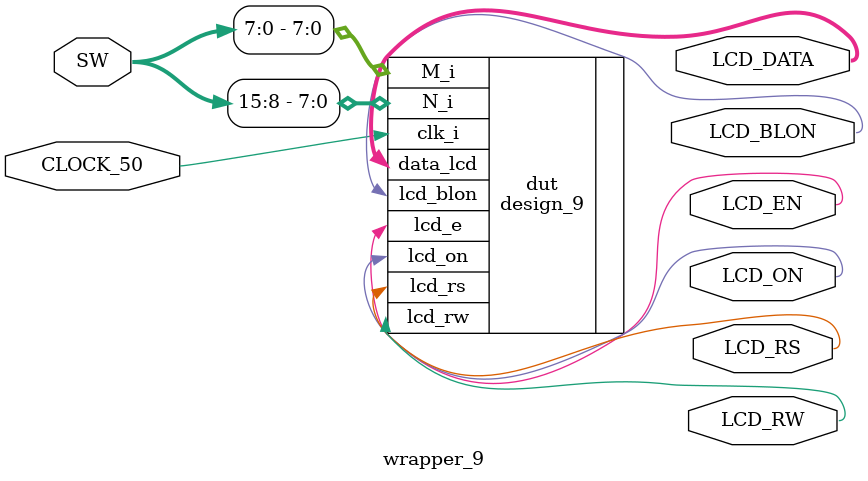
<source format=sv>
module wrapper_9 (
// input
input logic CLOCK_50,
input logic [15:0] SW,
// output
output logic LCD_EN, LCD_RS,LCD_ON,LCD_BLON,LCD_RW,
output logic [7:0] LCD_DATA
);
design_9 dut (
.clk_i (CLOCK_50),
.M_i(SW[7:0]),
.N_i(SW[15:8]),
.lcd_e(LCD_EN),
.lcd_rs(LCD_RS),
.lcd_on(LCD_ON),
.lcd_blon(LCD_BLON),
.lcd_rw(LCD_RW),
.data_lcd(LCD_DATA),
);
endmodule

</source>
